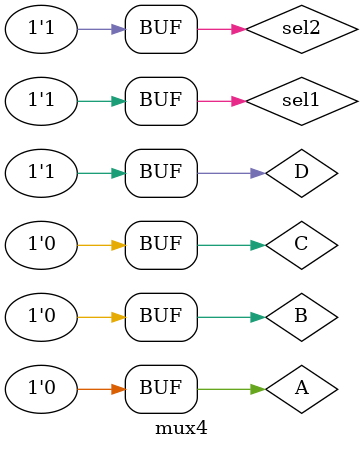
<source format=v>
module mux4();
reg A,B,C,D,sel1,sel2;
wire F;
mux4x1 m1(A,B,C,D,sel1,sel2,F);
initial 
begin
#10
A = 1; B = 0; C = 0; D = 0; sel1 = 0; sel2 = 0;
#10
A = 0; B = 1; C = 0; D = 0; sel1 = 0; sel2 = 1;
#10
A = 0; B = 0; C = 1; D = 0; sel1 = 1; sel2 = 0;
#10
A = 0; B = 0; C = 0; D = 1; sel1 = 1; sel2 = 1;
end
initial 
begin
#2
$monitor ("A = %b B = %b C = %b D = %b sel1 = %b sel1 = %b F = %b",A,B,C,D,sel1,sel2,F);
end
endmodule
</source>
